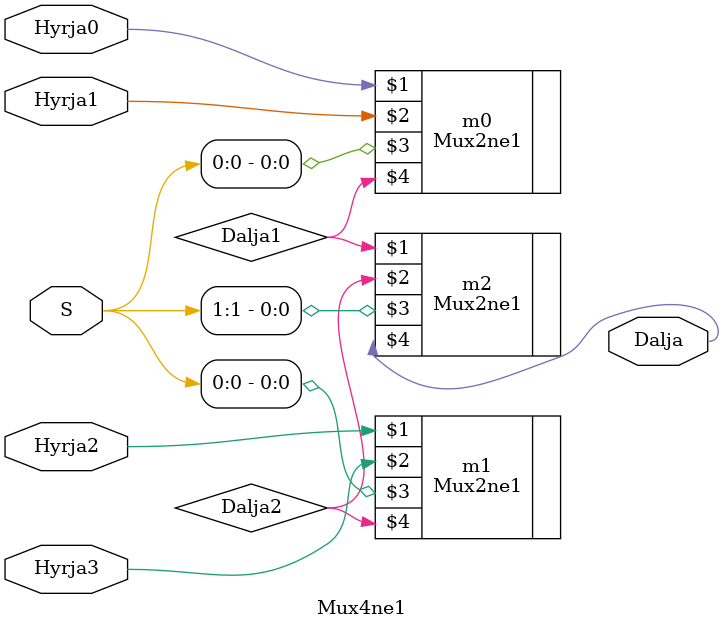
<source format=v>
`timescale 1ns / 1ps


module Mux4ne1(
 input Hyrja0,
    input Hyrja1,
    input Hyrja2,
    input Hyrja3,
    input [1:0] S,
    output Dalja
    );
    wire Dalja1, Dalja2;
   Mux2ne1 m0(Hyrja0, Hyrja1, S[0], Dalja1);
   Mux2ne1 m1(Hyrja2, Hyrja3, S[0], Dalja2);
   Mux2ne1 m2(Dalja1, Dalja2, S[1], Dalja);
   
endmodule

</source>
